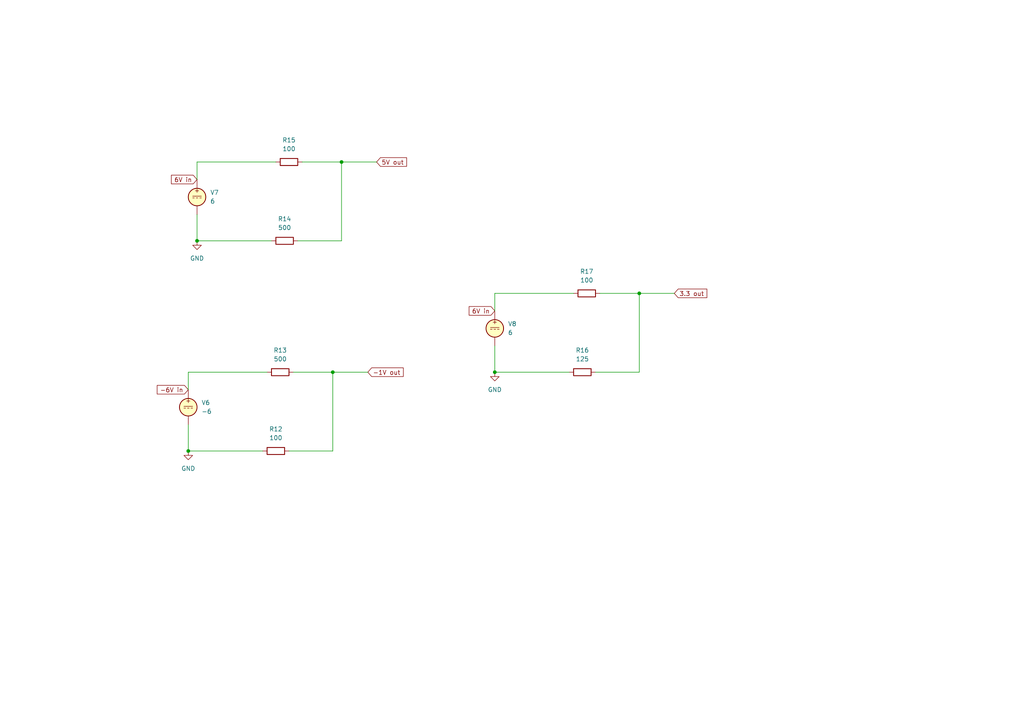
<source format=kicad_sch>
(kicad_sch (version 20230121) (generator eeschema)
  (paper "A4")
  (lib_symbols
    (symbol "Device:R" (pin_numbers hide) (pin_names (offset 0))
      (property "Reference" "R" (at 2.032 0 90))
      (property "Value" "R" (at 0 0 90))
      (symbol "R_0_1"
        (rectangle (start -1.016 -2.54) (end 1.016 2.54) (stroke (width 0.254)))
      )
      (symbol "R_1_1"
        (pin passive line (at 0 3.81 270) (length 1.27) (name "~") (number "1"))
        (pin passive line (at 0 -3.81 90) (length 1.27) (name "~") (number "2"))
      )
    )
    (symbol "Simulation_SPICE:VDC" (pin_numbers hide) (pin_names (offset 0.0254))
      (property "Reference" "V" (at 2.54 2.54 0))
      (property "Value" "1" (at 2.54 0 0))
      (symbol "VDC_0_0"
        (polyline (pts (xy -1.27 0.254) (xy 1.27 0.254)))
        (polyline (pts (xy -0.762 -0.254) (xy -1.27 -0.254)))
        (polyline (pts (xy 0.254 -0.254) (xy -0.254 -0.254)))
        (polyline (pts (xy 1.27 -0.254) (xy 0.762 -0.254)))
        (text "+" (at 0 1.905 0) (effects (font (size 1.27 1.27))))
      )
      (symbol "VDC_0_1"
        (circle (center 0 0) (radius 2.54) (stroke (width 0.254)) (fill (type background)))
      )
      (symbol "VDC_1_1"
        (pin passive line (at 0 5.08 270) (length 2.54) (name "~") (number "1"))
        (pin passive line (at 0 -5.08 90) (length 2.54) (name "~") (number "2"))
      )
    )
    (symbol "power:GND" (power) (pin_names (offset 0))
      (property "Value" "GND" (at 0 -3.81 0))
      (symbol "GND_0_1"
        (polyline (pts (xy 0 0) (xy 0 -1.27) (xy 1.27 -1.27) (xy 0 -2.54) (xy -1.27 -1.27) (xy 0 -1.27)))
      )
      (symbol "GND_1_1"
        (pin power_in line (at 0 0 270) (length 0) hide (name "GND") (number "1"))
      )
    )
  )
  (junction (at 54.61 130.81))
  (junction (at 99.06 46.99))
  (junction (at 96.52 107.95))
  (junction (at 185.42 85.09))
  (junction (at 143.51 107.95))
  (junction (at 57.15 69.85))
  (wire (pts (xy 87.63 46.99) (xy 99.06 46.99)))
  (wire (pts (xy 185.42 107.95) (xy 185.42 85.09)))
  (wire (pts (xy 54.61 123.19) (xy 54.61 130.81)))
  (wire (pts (xy 185.42 85.09) (xy 195.58 85.09)))
  (wire (pts (xy 54.61 130.81) (xy 76.2 130.81)))
  (wire (pts (xy 143.51 85.09) (xy 166.37 85.09)))
  (wire (pts (xy 85.09 107.95) (xy 96.52 107.95)))
  (wire (pts (xy 172.72 107.95) (xy 185.42 107.95)))
  (wire (pts (xy 143.51 90.17) (xy 143.51 85.09)))
  (wire (pts (xy 143.51 100.33) (xy 143.51 107.95)))
  (wire (pts (xy 54.61 107.95) (xy 77.47 107.95)))
  (wire (pts (xy 54.61 113.03) (xy 54.61 107.95)))
  (wire (pts (xy 99.06 69.85) (xy 99.06 46.99)))
  (wire (pts (xy 57.15 69.85) (xy 78.74 69.85)))
  (wire (pts (xy 96.52 107.95) (xy 106.68 107.95)))
  (wire (pts (xy 57.15 52.07) (xy 57.15 46.99)))
  (wire (pts (xy 143.51 107.95) (xy 165.1 107.95)))
  (wire (pts (xy 173.99 85.09) (xy 185.42 85.09)))
  (wire (pts (xy 99.06 46.99) (xy 109.22 46.99)))
  (wire (pts (xy 96.52 130.81) (xy 96.52 107.95)))
  (wire (pts (xy 86.36 69.85) (xy 99.06 69.85)))
  (wire (pts (xy 83.82 130.81) (xy 96.52 130.81)))
  (wire (pts (xy 57.15 46.99) (xy 80.01 46.99)))
  (wire (pts (xy 57.15 62.23) (xy 57.15 69.85)))
  (global_label "-6V in" (shape input) (at 54.61 113.03 180) (property "Intersheetrefs" "${INTERSHEET_REFS}" (effects hide)))
  (global_label "6V in" (shape input) (at 57.15 52.07 180) (property "Intersheetrefs" "${INTERSHEET_REFS}" (effects hide)))
  (global_label "6V in" (shape input) (at 143.51 90.17 180) (property "Intersheetrefs" "${INTERSHEET_REFS}" (effects hide)))
  (global_label "5V out" (shape input) (at 109.22 46.99 0) (property "Intersheetrefs" "${INTERSHEET_REFS}" (effects hide)))
  (global_label "-1V out" (shape input) (at 106.68 107.95 0) (property "Intersheetrefs" "${INTERSHEET_REFS}" (effects hide)))
  (global_label "3.3 out" (shape input) (at 195.58 85.09 0) (property "Intersheetrefs" "${INTERSHEET_REFS}" (effects hide)))
  (symbol (lib_id "power:GND") (at 143.51 107.95 0) (unit 1)
    (property "Reference" "#PWR09" (effects hide))
    (property "Value" "GND" (at 143.51 113.03 0))
  )
  (symbol (lib_id "Simulation_SPICE:VDC") (at 54.61 118.11 0) (unit 1)
    (property "Reference" "V6" (at 58.42 116.8042 0) (effects (justify left)))
    (property "Value" "-6" (at 58.42 119.3442 0) (effects (justify left)))
    (property "Sim.Pins" "1=+ 2=-" (effects hide))
    (property "Sim.Type" "DC" (effects hide))
    (property "Sim.Device" "V" (effects hide))
  )
  (symbol (lib_id "Device:R") (at 170.18 85.09 90) (unit 1)
    (property "Reference" "R17" (at 170.18 78.74 90))
    (property "Value" "100" (at 170.18 81.28 90))
  )
  (symbol (lib_id "Simulation_SPICE:VDC") (at 57.15 57.15 0) (unit 1)
    (property "Reference" "V7" (at 60.96 55.8442 0) (effects (justify left)))
    (property "Value" "6" (at 60.96 58.3842 0) (effects (justify left)))
    (property "Sim.Pins" "1=+ 2=-" (effects hide))
    (property "Sim.Type" "DC" (effects hide))
    (property "Sim.Device" "V" (effects hide))
  )
  (symbol (lib_id "Device:R") (at 81.28 107.95 90) (unit 1)
    (property "Reference" "R13" (at 81.28 101.6 90))
    (property "Value" "500" (at 81.28 104.14 90))
  )
  (symbol (lib_id "power:GND") (at 54.61 130.81 0) (unit 1)
    (property "Reference" "#PWR08" (effects hide))
    (property "Value" "GND" (at 54.61 135.89 0))
  )
  (symbol (lib_id "Device:R") (at 83.82 46.99 90) (unit 1)
    (property "Reference" "R15" (at 83.82 40.64 90))
    (property "Value" "100" (at 83.82 43.18 90))
  )
  (symbol (lib_id "Device:R") (at 80.01 130.81 90) (unit 1)
    (property "Reference" "R12" (at 80.01 124.46 90))
    (property "Value" "100" (at 80.01 127 90))
  )
  (symbol (lib_id "Device:R") (at 82.55 69.85 90) (unit 1)
    (property "Reference" "R14" (at 82.55 63.5 90))
    (property "Value" "500" (at 82.55 66.04 90))
    (property "Footprint" "Resistor_THT:R_Axial_DIN0614_L14.3mm_D5.7mm_P15.24mm_Horizontal" (effects hide))
  )
  (symbol (lib_id "Device:R") (at 168.91 107.95 90) (unit 1)
    (property "Reference" "R16" (at 168.91 101.6 90))
    (property "Value" "125" (at 168.91 104.14 90))
    (property "Footprint" "Resistor_THT:R_Axial_DIN0207_L6.3mm_D2.5mm_P10.16mm_Horizontal" (effects hide))
  )
  (symbol (lib_id "Simulation_SPICE:VDC") (at 143.51 95.25 0) (unit 1)
    (property "Reference" "V8" (at 147.32 93.9442 0) (effects (justify left)))
    (property "Value" "6" (at 147.32 96.4842 0) (effects (justify left)))
    (property "Sim.Pins" "1=+ 2=-" (effects hide))
    (property "Sim.Type" "DC" (effects hide))
    (property "Sim.Device" "V" (effects hide))
  )
  (symbol (lib_id "power:GND") (at 57.15 69.85 0) (unit 1)
    (property "Reference" "#PWR07" (effects hide))
    (property "Value" "GND" (at 57.15 74.93 0))
  )
)
</source>
